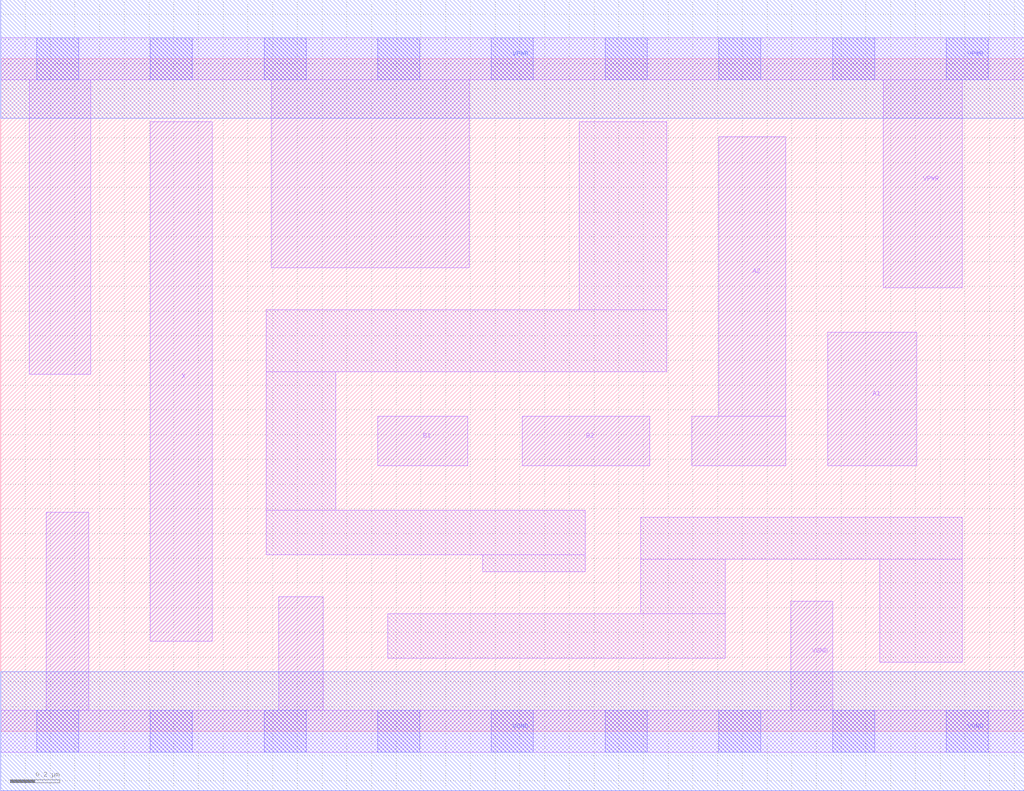
<source format=lef>
# Copyright 2020 The SkyWater PDK Authors
#
# Licensed under the Apache License, Version 2.0 (the "License");
# you may not use this file except in compliance with the License.
# You may obtain a copy of the License at
#
#     https://www.apache.org/licenses/LICENSE-2.0
#
# Unless required by applicable law or agreed to in writing, software
# distributed under the License is distributed on an "AS IS" BASIS,
# WITHOUT WARRANTIES OR CONDITIONS OF ANY KIND, either express or implied.
# See the License for the specific language governing permissions and
# limitations under the License.
#
# SPDX-License-Identifier: Apache-2.0

VERSION 5.7 ;
  NAMESCASESENSITIVE ON ;
  NOWIREEXTENSIONATPIN ON ;
  DIVIDERCHAR "/" ;
  BUSBITCHARS "[]" ;
UNITS
  DATABASE MICRONS 200 ;
END UNITS
PROPERTYDEFINITIONS
  MACRO maskLayoutSubType STRING ;
  MACRO prCellType STRING ;
  MACRO originalViewName STRING ;
END PROPERTYDEFINITIONS
MACRO sky130_fd_sc_hdll__o22a_2
  CLASS CORE ;
  FOREIGN sky130_fd_sc_hdll__o22a_2 ;
  ORIGIN  0.000000  0.000000 ;
  SIZE  4.140000 BY  2.720000 ;
  SYMMETRY X Y R90 ;
  SITE unithd ;
  PIN A1
    ANTENNAGATEAREA  0.277500 ;
    DIRECTION INPUT ;
    USE SIGNAL ;
    PORT
      LAYER li1 ;
        RECT 3.345000 1.075000 3.705000 1.615000 ;
    END
  END A1
  PIN A2
    ANTENNAGATEAREA  0.277500 ;
    DIRECTION INPUT ;
    USE SIGNAL ;
    PORT
      LAYER li1 ;
        RECT 2.795000 1.075000 3.175000 1.275000 ;
        RECT 2.905000 1.275000 3.175000 2.405000 ;
    END
  END A2
  PIN B1
    ANTENNAGATEAREA  0.277500 ;
    DIRECTION INPUT ;
    USE SIGNAL ;
    PORT
      LAYER li1 ;
        RECT 1.525000 1.075000 1.890000 1.275000 ;
    END
  END B1
  PIN B2
    ANTENNAGATEAREA  0.277500 ;
    DIRECTION INPUT ;
    USE SIGNAL ;
    PORT
      LAYER li1 ;
        RECT 2.110000 1.075000 2.625000 1.275000 ;
    END
  END B2
  PIN X
    ANTENNADIFFAREA  0.491500 ;
    DIRECTION OUTPUT ;
    USE SIGNAL ;
    PORT
      LAYER li1 ;
        RECT 0.605000 0.365000 0.855000 2.465000 ;
    END
  END X
  PIN VGND
    DIRECTION INOUT ;
    USE GROUND ;
    PORT
      LAYER li1 ;
        RECT 0.000000 -0.085000 4.140000 0.085000 ;
        RECT 0.185000  0.085000 0.355000 0.885000 ;
        RECT 1.125000  0.085000 1.305000 0.545000 ;
        RECT 3.195000  0.085000 3.365000 0.525000 ;
      LAYER mcon ;
        RECT 0.145000 -0.085000 0.315000 0.085000 ;
        RECT 0.605000 -0.085000 0.775000 0.085000 ;
        RECT 1.065000 -0.085000 1.235000 0.085000 ;
        RECT 1.525000 -0.085000 1.695000 0.085000 ;
        RECT 1.985000 -0.085000 2.155000 0.085000 ;
        RECT 2.445000 -0.085000 2.615000 0.085000 ;
        RECT 2.905000 -0.085000 3.075000 0.085000 ;
        RECT 3.365000 -0.085000 3.535000 0.085000 ;
        RECT 3.825000 -0.085000 3.995000 0.085000 ;
      LAYER met1 ;
        RECT 0.000000 -0.240000 4.140000 0.240000 ;
    END
  END VGND
  PIN VPWR
    DIRECTION INOUT ;
    USE POWER ;
    PORT
      LAYER li1 ;
        RECT 0.000000 2.635000 4.140000 2.805000 ;
        RECT 0.115000 1.445000 0.365000 2.635000 ;
        RECT 1.095000 1.875000 1.895000 2.635000 ;
        RECT 3.570000 1.795000 3.890000 2.635000 ;
      LAYER mcon ;
        RECT 0.145000 2.635000 0.315000 2.805000 ;
        RECT 0.605000 2.635000 0.775000 2.805000 ;
        RECT 1.065000 2.635000 1.235000 2.805000 ;
        RECT 1.525000 2.635000 1.695000 2.805000 ;
        RECT 1.985000 2.635000 2.155000 2.805000 ;
        RECT 2.445000 2.635000 2.615000 2.805000 ;
        RECT 2.905000 2.635000 3.075000 2.805000 ;
        RECT 3.365000 2.635000 3.535000 2.805000 ;
        RECT 3.825000 2.635000 3.995000 2.805000 ;
      LAYER met1 ;
        RECT 0.000000 2.480000 4.140000 2.960000 ;
    END
  END VPWR
  OBS
    LAYER li1 ;
      RECT 1.075000 0.715000 2.365000 0.895000 ;
      RECT 1.075000 0.895000 1.355000 1.455000 ;
      RECT 1.075000 1.455000 2.695000 1.705000 ;
      RECT 1.565000 0.295000 2.930000 0.475000 ;
      RECT 1.950000 0.645000 2.365000 0.715000 ;
      RECT 2.340000 1.705000 2.695000 2.465000 ;
      RECT 2.590000 0.475000 2.930000 0.695000 ;
      RECT 2.590000 0.695000 3.890000 0.865000 ;
      RECT 3.555000 0.280000 3.890000 0.695000 ;
  END
  PROPERTY maskLayoutSubType "abstract" ;
  PROPERTY prCellType "standard" ;
  PROPERTY originalViewName "layout" ;
END sky130_fd_sc_hdll__o22a_2

</source>
